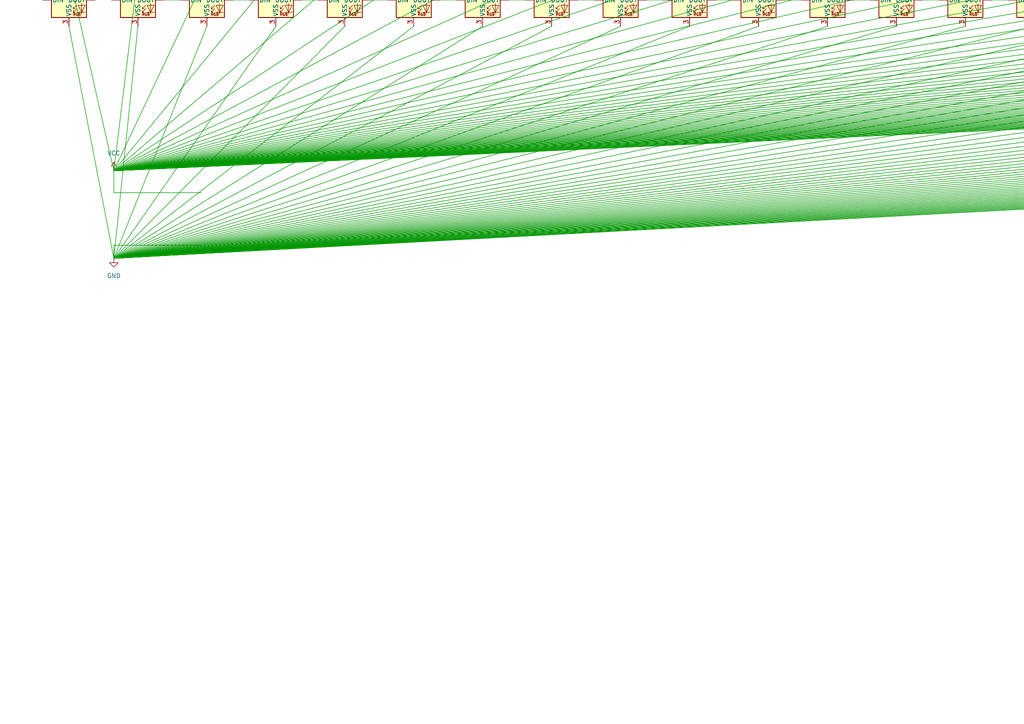
<source format=kicad_sch>
(kicad_sch (version 20231120) (generator "eeschema") (generator_version "8.0")
  (paper "A4")
  (lib_symbols
    (symbol "LED:WS2812B" (pin_names (offset 0.254))
      (property "Reference" "D" (at 5.08 5.715 0))
      (property "Value" "WS2812B" (at 1.27 -5.715 0))
      (symbol "WS2812B_0_0"
        (text "RGB" (at 2.286 -4.191 0) (effects (font (size 0.762 0.762))))
      )
      (symbol "WS2812B_0_1"
        (polyline (pts (xy 1.27 -3.556) (xy 1.778 -3.556)))
        (polyline (pts (xy 1.27 -2.54) (xy 1.778 -2.54)))
        (polyline (pts (xy 4.699 -3.556) (xy 2.667 -3.556)))
        (polyline (pts (xy 2.286 -2.54) (xy 1.27 -3.556) (xy 1.27 -3.048)))
        (polyline (pts (xy 2.286 -1.524) (xy 1.27 -2.54) (xy 1.27 -2.032)))
        (polyline (pts (xy 3.683 -1.016) (xy 3.683 -3.556) (xy 3.683 -4.064)))
        (polyline (pts (xy 4.699 -1.524) (xy 2.667 -1.524) (xy 3.683 -3.556) (xy 4.699 -1.524)))
        (rectangle (start 5.08 5.08) (end -5.08 -5.08) (stroke (width 0.254)) (fill (type background)))
      )
      (symbol "WS2812B_1_1"
        (pin power_in line (at 0 7.62 270) (length 2.54) (name "VDD") (number "1"))
        (pin output line (at 7.62 0 180) (length 2.54) (name "DOUT") (number "2"))
        (pin power_in line (at 0 -7.62 90) (length 2.54) (name "VSS") (number "3"))
        (pin input line (at -7.62 0 0) (length 2.54) (name "DIN") (number "4"))
      )
    )
    (symbol "power:GND" (power) (pin_numbers hide) (pin_names (offset 0) hide)
      (property "Value" "GND" (at 0 -3.81 0))
      (symbol "GND_0_1"
        (polyline (pts (xy 0 0) (xy 0 -1.27) (xy 1.27 -1.27) (xy 0 -2.54) (xy -1.27 -1.27) (xy 0 -1.27)))
      )
      (symbol "GND_1_1"
        (pin power_in line (at 0 0 270) (length 0) (name "~") (number "1"))
      )
    )
    (symbol "power:VCC" (power) (pin_numbers hide) (pin_names (offset 0) hide)
      (property "Value" "VCC" (at 0 3.556 0))
      (symbol "VCC_0_1"
        (polyline (pts (xy -0.762 1.27) (xy 0 2.54)))
        (polyline (pts (xy 0 0) (xy 0 2.54)))
        (polyline (pts (xy 0 2.54) (xy 0.762 1.27)))
      )
      (symbol "VCC_1_1"
        (pin power_in line (at 0 0 90) (length 0) (name "~") (number "1"))
      )
    )
  )
  (wire (pts (xy 33.02 49.53) (xy 33.02 55.88)))
  (wire (pts (xy 58.42 55.88) (xy 33.02 55.88)))
  (wire (pts (xy 33.02 71.12) (xy 33.02 74.93)))
  (wire (pts (xy 58.42 71.12) (xy 33.02 71.12)))
  (symbol (lib_id "power:GND") (at 33.02 74.93 0) (unit 1)
    (property "Reference" "#PWR01" (effects (hide yes)))
    (property "Value" "GND" (at 33.02 80.01 0))
    (property "Description" "Power symbol creates a global label with name \"GND\" , ground" (effects (hide yes)))
  )
  (symbol (lib_id "power:VCC") (at 33.02 49.53 0) (unit 1)
    (property "Reference" "#PWR02" (effects (hide yes)))
    (property "Value" "VCC" (at 33.02 44.45 0))
    (property "Description" "Power symbol creates a global label with name \"VCC\"" (effects (hide yes)))
  )
  (symbol (lib_id "LED:WS2812B") (at 20.0 0.0 0) (unit 1)
    (property "Reference" "D1" (at 31.43 -3.648 0))
    (property "Value" "WS2812B" (at 31.43 -1.108 0))
    (property "Footprint" "LED_SMD:LED_WS2812B_PLCC4_5.0x5.0mm_P3.2mm" (effects (hide yes)))
    (property "Datasheet" "https://cdn-shop.adafruit.com/datasheets/WS2812B.pdf" (effects (hide yes)))
    (property "Description" "RGB LED with integrated controller" (effects (hide yes)))
  )
  (symbol (lib_id "LED:WS2812B") (at 40.0 0.0 0) (unit 1)
    (property "Reference" "D2" (at 51.43 -3.648 0))
    (property "Value" "WS2812B" (at 51.43 -1.108 0))
    (property "Footprint" "LED_SMD:LED_WS2812B_PLCC4_5.0x5.0mm_P3.2mm" (effects (hide yes)))
    (property "Datasheet" "https://cdn-shop.adafruit.com/datasheets/WS2812B.pdf" (effects (hide yes)))
    (property "Description" "RGB LED with integrated controller" (effects (hide yes)))
  )
  (symbol (lib_id "LED:WS2812B") (at 60.0 0.0 0) (unit 1)
    (property "Reference" "D3" (at 71.43 -3.648 0))
    (property "Value" "WS2812B" (at 71.43 -1.108 0))
    (property "Footprint" "LED_SMD:LED_WS2812B_PLCC4_5.0x5.0mm_P3.2mm" (effects (hide yes)))
    (property "Datasheet" "https://cdn-shop.adafruit.com/datasheets/WS2812B.pdf" (effects (hide yes)))
    (property "Description" "RGB LED with integrated controller" (effects (hide yes)))
  )
  (symbol (lib_id "LED:WS2812B") (at 80.0 0.0 0) (unit 1)
    (property "Reference" "D4" (at 91.43 -3.648 0))
    (property "Value" "WS2812B" (at 91.43 -1.108 0))
    (property "Footprint" "LED_SMD:LED_WS2812B_PLCC4_5.0x5.0mm_P3.2mm" (effects (hide yes)))
    (property "Datasheet" "https://cdn-shop.adafruit.com/datasheets/WS2812B.pdf" (effects (hide yes)))
    (property "Description" "RGB LED with integrated controller" (effects (hide yes)))
  )
  (symbol (lib_id "LED:WS2812B") (at 100.0 0.0 0) (unit 1)
    (property "Reference" "D5" (at 111.43 -3.648 0))
    (property "Value" "WS2812B" (at 111.43 -1.108 0))
    (property "Footprint" "LED_SMD:LED_WS2812B_PLCC4_5.0x5.0mm_P3.2mm" (effects (hide yes)))
    (property "Datasheet" "https://cdn-shop.adafruit.com/datasheets/WS2812B.pdf" (effects (hide yes)))
    (property "Description" "RGB LED with integrated controller" (effects (hide yes)))
  )
  (symbol (lib_id "LED:WS2812B") (at 120.0 0.0 0) (unit 1)
    (property "Reference" "D6" (at 131.43 -3.648 0))
    (property "Value" "WS2812B" (at 131.43 -1.108 0))
    (property "Footprint" "LED_SMD:LED_WS2812B_PLCC4_5.0x5.0mm_P3.2mm" (effects (hide yes)))
    (property "Datasheet" "https://cdn-shop.adafruit.com/datasheets/WS2812B.pdf" (effects (hide yes)))
    (property "Description" "RGB LED with integrated controller" (effects (hide yes)))
  )
  (symbol (lib_id "LED:WS2812B") (at 140.0 0.0 0) (unit 1)
    (property "Reference" "D7" (at 151.43 -3.648 0))
    (property "Value" "WS2812B" (at 151.43 -1.108 0))
    (property "Footprint" "LED_SMD:LED_WS2812B_PLCC4_5.0x5.0mm_P3.2mm" (effects (hide yes)))
    (property "Datasheet" "https://cdn-shop.adafruit.com/datasheets/WS2812B.pdf" (effects (hide yes)))
    (property "Description" "RGB LED with integrated controller" (effects (hide yes)))
  )
  (symbol (lib_id "LED:WS2812B") (at 160.0 0.0 0) (unit 1)
    (property "Reference" "D8" (at 171.43 -3.648 0))
    (property "Value" "WS2812B" (at 171.43 -1.108 0))
    (property "Footprint" "LED_SMD:LED_WS2812B_PLCC4_5.0x5.0mm_P3.2mm" (effects (hide yes)))
    (property "Datasheet" "https://cdn-shop.adafruit.com/datasheets/WS2812B.pdf" (effects (hide yes)))
    (property "Description" "RGB LED with integrated controller" (effects (hide yes)))
  )
  (symbol (lib_id "LED:WS2812B") (at 180.0 0.0 0) (unit 1)
    (property "Reference" "D9" (at 191.43 -3.648 0))
    (property "Value" "WS2812B" (at 191.43 -1.108 0))
    (property "Footprint" "LED_SMD:LED_WS2812B_PLCC4_5.0x5.0mm_P3.2mm" (effects (hide yes)))
    (property "Datasheet" "https://cdn-shop.adafruit.com/datasheets/WS2812B.pdf" (effects (hide yes)))
    (property "Description" "RGB LED with integrated controller" (effects (hide yes)))
  )
  (symbol (lib_id "LED:WS2812B") (at 200.0 0.0 0) (unit 1)
    (property "Reference" "D10" (at 211.43 -3.648 0))
    (property "Value" "WS2812B" (at 211.43 -1.108 0))
    (property "Footprint" "LED_SMD:LED_WS2812B_PLCC4_5.0x5.0mm_P3.2mm" (effects (hide yes)))
    (property "Datasheet" "https://cdn-shop.adafruit.com/datasheets/WS2812B.pdf" (effects (hide yes)))
    (property "Description" "RGB LED with integrated controller" (effects (hide yes)))
  )
  (symbol (lib_id "LED:WS2812B") (at 220.0 0.0 0) (unit 1)
    (property "Reference" "D11" (at 231.43 -3.648 0))
    (property "Value" "WS2812B" (at 231.43 -1.108 0))
    (property "Footprint" "LED_SMD:LED_WS2812B_PLCC4_5.0x5.0mm_P3.2mm" (effects (hide yes)))
    (property "Datasheet" "https://cdn-shop.adafruit.com/datasheets/WS2812B.pdf" (effects (hide yes)))
    (property "Description" "RGB LED with integrated controller" (effects (hide yes)))
  )
  (symbol (lib_id "LED:WS2812B") (at 240.0 0.0 0) (unit 1)
    (property "Reference" "D12" (at 251.43 -3.648 0))
    (property "Value" "WS2812B" (at 251.43 -1.108 0))
    (property "Footprint" "LED_SMD:LED_WS2812B_PLCC4_5.0x5.0mm_P3.2mm" (effects (hide yes)))
    (property "Datasheet" "https://cdn-shop.adafruit.com/datasheets/WS2812B.pdf" (effects (hide yes)))
    (property "Description" "RGB LED with integrated controller" (effects (hide yes)))
  )
  (symbol (lib_id "LED:WS2812B") (at 260.0 0.0 0) (unit 1)
    (property "Reference" "D13" (at 271.43 -3.648 0))
    (property "Value" "WS2812B" (at 271.43 -1.108 0))
    (property "Footprint" "LED_SMD:LED_WS2812B_PLCC4_5.0x5.0mm_P3.2mm" (effects (hide yes)))
    (property "Datasheet" "https://cdn-shop.adafruit.com/datasheets/WS2812B.pdf" (effects (hide yes)))
    (property "Description" "RGB LED with integrated controller" (effects (hide yes)))
  )
  (symbol (lib_id "LED:WS2812B") (at 280.0 0.0 0) (unit 1)
    (property "Reference" "D14" (at 291.43 -3.648 0))
    (property "Value" "WS2812B" (at 291.43 -1.108 0))
    (property "Footprint" "LED_SMD:LED_WS2812B_PLCC4_5.0x5.0mm_P3.2mm" (effects (hide yes)))
    (property "Datasheet" "https://cdn-shop.adafruit.com/datasheets/WS2812B.pdf" (effects (hide yes)))
    (property "Description" "RGB LED with integrated controller" (effects (hide yes)))
  )
  (symbol (lib_id "LED:WS2812B") (at 300.0 0.0 0) (unit 1)
    (property "Reference" "D15" (at 311.43 -3.648 0))
    (property "Value" "WS2812B" (at 311.43 -1.108 0))
    (property "Footprint" "LED_SMD:LED_WS2812B_PLCC4_5.0x5.0mm_P3.2mm" (effects (hide yes)))
    (property "Datasheet" "https://cdn-shop.adafruit.com/datasheets/WS2812B.pdf" (effects (hide yes)))
    (property "Description" "RGB LED with integrated controller" (effects (hide yes)))
  )
  (symbol (lib_id "LED:WS2812B") (at 320.0 0.0 0) (unit 1)
    (property "Reference" "D16" (at 331.43 -3.648 0))
    (property "Value" "WS2812B" (at 331.43 -1.108 0))
    (property "Footprint" "LED_SMD:LED_WS2812B_PLCC4_5.0x5.0mm_P3.2mm" (effects (hide yes)))
    (property "Datasheet" "https://cdn-shop.adafruit.com/datasheets/WS2812B.pdf" (effects (hide yes)))
    (property "Description" "RGB LED with integrated controller" (effects (hide yes)))
  )
  (symbol (lib_id "LED:WS2812B") (at 340.0 0.0 0) (unit 1)
    (property "Reference" "D17" (at 351.43 -3.648 0))
    (property "Value" "WS2812B" (at 351.43 -1.108 0))
    (property "Footprint" "LED_SMD:LED_WS2812B_PLCC4_5.0x5.0mm_P3.2mm" (effects (hide yes)))
    (property "Datasheet" "https://cdn-shop.adafruit.com/datasheets/WS2812B.pdf" (effects (hide yes)))
    (property "Description" "RGB LED with integrated controller" (effects (hide yes)))
  )
  (symbol (lib_id "LED:WS2812B") (at 360.0 0.0 0) (unit 1)
    (property "Reference" "D18" (at 371.43 -3.648 0))
    (property "Value" "WS2812B" (at 371.43 -1.108 0))
    (property "Footprint" "LED_SMD:LED_WS2812B_PLCC4_5.0x5.0mm_P3.2mm" (effects (hide yes)))
    (property "Datasheet" "https://cdn-shop.adafruit.com/datasheets/WS2812B.pdf" (effects (hide yes)))
    (property "Description" "RGB LED with integrated controller" (effects (hide yes)))
  )
  (symbol (lib_id "LED:WS2812B") (at 380.0 0.0 0) (unit 1)
    (property "Reference" "D19" (at 391.43 -3.648 0))
    (property "Value" "WS2812B" (at 391.43 -1.108 0))
    (property "Footprint" "LED_SMD:LED_WS2812B_PLCC4_5.0x5.0mm_P3.2mm" (effects (hide yes)))
    (property "Datasheet" "https://cdn-shop.adafruit.com/datasheets/WS2812B.pdf" (effects (hide yes)))
    (property "Description" "RGB LED with integrated controller" (effects (hide yes)))
  )
  (symbol (lib_id "LED:WS2812B") (at 400.0 0.0 0) (unit 1)
    (property "Reference" "D20" (at 411.43 -3.648 0))
    (property "Value" "WS2812B" (at 411.43 -1.108 0))
    (property "Footprint" "LED_SMD:LED_WS2812B_PLCC4_5.0x5.0mm_P3.2mm" (effects (hide yes)))
    (property "Datasheet" "https://cdn-shop.adafruit.com/datasheets/WS2812B.pdf" (effects (hide yes)))
    (property "Description" "RGB LED with integrated controller" (effects (hide yes)))
  )
  (symbol (lib_id "LED:WS2812B") (at 420.0 0.0 0) (unit 1)
    (property "Reference" "D21" (at 431.43 -3.648 0))
    (property "Value" "WS2812B" (at 431.43 -1.108 0))
    (property "Footprint" "LED_SMD:LED_WS2812B_PLCC4_5.0x5.0mm_P3.2mm" (effects (hide yes)))
    (property "Datasheet" "https://cdn-shop.adafruit.com/datasheets/WS2812B.pdf" (effects (hide yes)))
    (property "Description" "RGB LED with integrated controller" (effects (hide yes)))
  )
  (symbol (lib_id "LED:WS2812B") (at 440.0 0.0 0) (unit 1)
    (property "Reference" "D22" (at 451.43 -3.648 0))
    (property "Value" "WS2812B" (at 451.43 -1.108 0))
    (property "Footprint" "LED_SMD:LED_WS2812B_PLCC4_5.0x5.0mm_P3.2mm" (effects (hide yes)))
    (property "Datasheet" "https://cdn-shop.adafruit.com/datasheets/WS2812B.pdf" (effects (hide yes)))
    (property "Description" "RGB LED with integrated controller" (effects (hide yes)))
  )
  (symbol (lib_id "LED:WS2812B") (at 460.0 0.0 0) (unit 1)
    (property "Reference" "D23" (at 471.43 -3.648 0))
    (property "Value" "WS2812B" (at 471.43 -1.108 0))
    (property "Footprint" "LED_SMD:LED_WS2812B_PLCC4_5.0x5.0mm_P3.2mm" (effects (hide yes)))
    (property "Datasheet" "https://cdn-shop.adafruit.com/datasheets/WS2812B.pdf" (effects (hide yes)))
    (property "Description" "RGB LED with integrated controller" (effects (hide yes)))
  )
  (symbol (lib_id "LED:WS2812B") (at 480.0 0.0 0) (unit 1)
    (property "Reference" "D24" (at 491.43 -3.648 0))
    (property "Value" "WS2812B" (at 491.43 -1.108 0))
    (property "Footprint" "LED_SMD:LED_WS2812B_PLCC4_5.0x5.0mm_P3.2mm" (effects (hide yes)))
    (property "Datasheet" "https://cdn-shop.adafruit.com/datasheets/WS2812B.pdf" (effects (hide yes)))
    (property "Description" "RGB LED with integrated controller" (effects (hide yes)))
  )
  (symbol (lib_id "LED:WS2812B") (at 500.0 0.0 0) (unit 1)
    (property "Reference" "D25" (at 511.43 -3.648 0))
    (property "Value" "WS2812B" (at 511.43 -1.108 0))
    (property "Footprint" "LED_SMD:LED_WS2812B_PLCC4_5.0x5.0mm_P3.2mm" (effects (hide yes)))
    (property "Datasheet" "https://cdn-shop.adafruit.com/datasheets/WS2812B.pdf" (effects (hide yes)))
    (property "Description" "RGB LED with integrated controller" (effects (hide yes)))
  )
  (symbol (lib_id "LED:WS2812B") (at 520.0 0.0 0) (unit 1)
    (property "Reference" "D26" (at 531.43 -3.648 0))
    (property "Value" "WS2812B" (at 531.43 -1.108 0))
    (property "Footprint" "LED_SMD:LED_WS2812B_PLCC4_5.0x5.0mm_P3.2mm" (effects (hide yes)))
    (property "Datasheet" "https://cdn-shop.adafruit.com/datasheets/WS2812B.pdf" (effects (hide yes)))
    (property "Description" "RGB LED with integrated controller" (effects (hide yes)))
  )
  (symbol (lib_id "LED:WS2812B") (at 540.0 0.0 0) (unit 1)
    (property "Reference" "D27" (at 551.43 -3.648 0))
    (property "Value" "WS2812B" (at 551.43 -1.108 0))
    (property "Footprint" "LED_SMD:LED_WS2812B_PLCC4_5.0x5.0mm_P3.2mm" (effects (hide yes)))
    (property "Datasheet" "https://cdn-shop.adafruit.com/datasheets/WS2812B.pdf" (effects (hide yes)))
    (property "Description" "RGB LED with integrated controller" (effects (hide yes)))
  )
  (symbol (lib_id "LED:WS2812B") (at 560.0 0.0 0) (unit 1)
    (property "Reference" "D28" (at 571.43 -3.648 0))
    (property "Value" "WS2812B" (at 571.43 -1.108 0))
    (property "Footprint" "LED_SMD:LED_WS2812B_PLCC4_5.0x5.0mm_P3.2mm" (effects (hide yes)))
    (property "Datasheet" "https://cdn-shop.adafruit.com/datasheets/WS2812B.pdf" (effects (hide yes)))
    (property "Description" "RGB LED with integrated controller" (effects (hide yes)))
  )
  (symbol (lib_id "LED:WS2812B") (at 580.0 0.0 0) (unit 1)
    (property "Reference" "D29" (at 591.43 -3.648 0))
    (property "Value" "WS2812B" (at 591.43 -1.108 0))
    (property "Footprint" "LED_SMD:LED_WS2812B_PLCC4_5.0x5.0mm_P3.2mm" (effects (hide yes)))
    (property "Datasheet" "https://cdn-shop.adafruit.com/datasheets/WS2812B.pdf" (effects (hide yes)))
    (property "Description" "RGB LED with integrated controller" (effects (hide yes)))
  )
  (symbol (lib_id "LED:WS2812B") (at 600.0 0.0 0) (unit 1)
    (property "Reference" "D30" (at 611.43 -3.648 0))
    (property "Value" "WS2812B" (at 611.43 -1.108 0))
    (property "Footprint" "LED_SMD:LED_WS2812B_PLCC4_5.0x5.0mm_P3.2mm" (effects (hide yes)))
    (property "Datasheet" "https://cdn-shop.adafruit.com/datasheets/WS2812B.pdf" (effects (hide yes)))
    (property "Description" "RGB LED with integrated controller" (effects (hide yes)))
  )
  (symbol (lib_id "LED:WS2812B") (at 620.0 0.0 0) (unit 1)
    (property "Reference" "D31" (at 631.43 -3.648 0))
    (property "Value" "WS2812B" (at 631.43 -1.108 0))
    (property "Footprint" "LED_SMD:LED_WS2812B_PLCC4_5.0x5.0mm_P3.2mm" (effects (hide yes)))
    (property "Datasheet" "https://cdn-shop.adafruit.com/datasheets/WS2812B.pdf" (effects (hide yes)))
    (property "Description" "RGB LED with integrated controller" (effects (hide yes)))
  )
  (symbol (lib_id "LED:WS2812B") (at 640.0 0.0 0) (unit 1)
    (property "Reference" "D32" (at 651.43 -3.648 0))
    (property "Value" "WS2812B" (at 651.43 -1.108 0))
    (property "Footprint" "LED_SMD:LED_WS2812B_PLCC4_5.0x5.0mm_P3.2mm" (effects (hide yes)))
    (property "Datasheet" "https://cdn-shop.adafruit.com/datasheets/WS2812B.pdf" (effects (hide yes)))
    (property "Description" "RGB LED with integrated controller" (effects (hide yes)))
  )
  (symbol (lib_id "LED:WS2812B") (at 660.0 0.0 0) (unit 1)
    (property "Reference" "D33" (at 671.43 -3.648 0))
    (property "Value" "WS2812B" (at 671.43 -1.108 0))
    (property "Footprint" "LED_SMD:LED_WS2812B_PLCC4_5.0x5.0mm_P3.2mm" (effects (hide yes)))
    (property "Datasheet" "https://cdn-shop.adafruit.com/datasheets/WS2812B.pdf" (effects (hide yes)))
    (property "Description" "RGB LED with integrated controller" (effects (hide yes)))
  )
  (symbol (lib_id "LED:WS2812B") (at 680.0 0.0 0) (unit 1)
    (property "Reference" "D34" (at 691.43 -3.648 0))
    (property "Value" "WS2812B" (at 691.43 -1.108 0))
    (property "Footprint" "LED_SMD:LED_WS2812B_PLCC4_5.0x5.0mm_P3.2mm" (effects (hide yes)))
    (property "Datasheet" "https://cdn-shop.adafruit.com/datasheets/WS2812B.pdf" (effects (hide yes)))
    (property "Description" "RGB LED with integrated controller" (effects (hide yes)))
  )
  (symbol (lib_id "LED:WS2812B") (at 700.0 0.0 0) (unit 1)
    (property "Reference" "D35" (at 711.43 -3.648 0))
    (property "Value" "WS2812B" (at 711.43 -1.108 0))
    (property "Footprint" "LED_SMD:LED_WS2812B_PLCC4_5.0x5.0mm_P3.2mm" (effects (hide yes)))
    (property "Datasheet" "https://cdn-shop.adafruit.com/datasheets/WS2812B.pdf" (effects (hide yes)))
    (property "Description" "RGB LED with integrated controller" (effects (hide yes)))
  )
  (symbol (lib_id "LED:WS2812B") (at 720.0 0.0 0) (unit 1)
    (property "Reference" "D36" (at 731.43 -3.648 0))
    (property "Value" "WS2812B" (at 731.43 -1.108 0))
    (property "Footprint" "LED_SMD:LED_WS2812B_PLCC4_5.0x5.0mm_P3.2mm" (effects (hide yes)))
    (property "Datasheet" "https://cdn-shop.adafruit.com/datasheets/WS2812B.pdf" (effects (hide yes)))
    (property "Description" "RGB LED with integrated controller" (effects (hide yes)))
  )
  (symbol (lib_id "LED:WS2812B") (at 740.0 0.0 0) (unit 1)
    (property "Reference" "D37" (at 751.43 -3.648 0))
    (property "Value" "WS2812B" (at 751.43 -1.108 0))
    (property "Footprint" "LED_SMD:LED_WS2812B_PLCC4_5.0x5.0mm_P3.2mm" (effects (hide yes)))
    (property "Datasheet" "https://cdn-shop.adafruit.com/datasheets/WS2812B.pdf" (effects (hide yes)))
    (property "Description" "RGB LED with integrated controller" (effects (hide yes)))
  )
  (symbol (lib_id "LED:WS2812B") (at 760.0 0.0 0) (unit 1)
    (property "Reference" "D38" (at 771.43 -3.648 0))
    (property "Value" "WS2812B" (at 771.43 -1.108 0))
    (property "Footprint" "LED_SMD:LED_WS2812B_PLCC4_5.0x5.0mm_P3.2mm" (effects (hide yes)))
    (property "Datasheet" "https://cdn-shop.adafruit.com/datasheets/WS2812B.pdf" (effects (hide yes)))
    (property "Description" "RGB LED with integrated controller" (effects (hide yes)))
  )
  (symbol (lib_id "LED:WS2812B") (at 780.0 0.0 0) (unit 1)
    (property "Reference" "D39" (at 791.43 -3.648 0))
    (property "Value" "WS2812B" (at 791.43 -1.108 0))
    (property "Footprint" "LED_SMD:LED_WS2812B_PLCC4_5.0x5.0mm_P3.2mm" (effects (hide yes)))
    (property "Datasheet" "https://cdn-shop.adafruit.com/datasheets/WS2812B.pdf" (effects (hide yes)))
    (property "Description" "RGB LED with integrated controller" (effects (hide yes)))
  )
  (symbol (lib_id "LED:WS2812B") (at 800.0 0.0 0) (unit 1)
    (property "Reference" "D40" (at 811.43 -3.648 0))
    (property "Value" "WS2812B" (at 811.43 -1.108 0))
    (property "Footprint" "LED_SMD:LED_WS2812B_PLCC4_5.0x5.0mm_P3.2mm" (effects (hide yes)))
    (property "Datasheet" "https://cdn-shop.adafruit.com/datasheets/WS2812B.pdf" (effects (hide yes)))
    (property "Description" "RGB LED with integrated controller" (effects (hide yes)))
  )
  (symbol (lib_id "LED:WS2812B") (at 820.0 0.0 0) (unit 1)
    (property "Reference" "D41" (at 831.43 -3.648 0))
    (property "Value" "WS2812B" (at 831.43 -1.108 0))
    (property "Footprint" "LED_SMD:LED_WS2812B_PLCC4_5.0x5.0mm_P3.2mm" (effects (hide yes)))
    (property "Datasheet" "https://cdn-shop.adafruit.com/datasheets/WS2812B.pdf" (effects (hide yes)))
    (property "Description" "RGB LED with integrated controller" (effects (hide yes)))
  )
  (symbol (lib_id "LED:WS2812B") (at 840.0 0.0 0) (unit 1)
    (property "Reference" "D42" (at 851.43 -3.648 0))
    (property "Value" "WS2812B" (at 851.43 -1.108 0))
    (property "Footprint" "LED_SMD:LED_WS2812B_PLCC4_5.0x5.0mm_P3.2mm" (effects (hide yes)))
    (property "Datasheet" "https://cdn-shop.adafruit.com/datasheets/WS2812B.pdf" (effects (hide yes)))
    (property "Description" "RGB LED with integrated controller" (effects (hide yes)))
  )
  (symbol (lib_id "LED:WS2812B") (at 860.0 0.0 0) (unit 1)
    (property "Reference" "D43" (at 871.43 -3.648 0))
    (property "Value" "WS2812B" (at 871.43 -1.108 0))
    (property "Footprint" "LED_SMD:LED_WS2812B_PLCC4_5.0x5.0mm_P3.2mm" (effects (hide yes)))
    (property "Datasheet" "https://cdn-shop.adafruit.com/datasheets/WS2812B.pdf" (effects (hide yes)))
    (property "Description" "RGB LED with integrated controller" (effects (hide yes)))
  )
  (symbol (lib_id "LED:WS2812B") (at 880.0 0.0 0) (unit 1)
    (property "Reference" "D44" (at 891.43 -3.648 0))
    (property "Value" "WS2812B" (at 891.43 -1.108 0))
    (property "Footprint" "LED_SMD:LED_WS2812B_PLCC4_5.0x5.0mm_P3.2mm" (effects (hide yes)))
    (property "Datasheet" "https://cdn-shop.adafruit.com/datasheets/WS2812B.pdf" (effects (hide yes)))
    (property "Description" "RGB LED with integrated controller" (effects (hide yes)))
  )
  (symbol (lib_id "LED:WS2812B") (at 900.0 0.0 0) (unit 1)
    (property "Reference" "D45" (at 911.43 -3.648 0))
    (property "Value" "WS2812B" (at 911.43 -1.108 0))
    (property "Footprint" "LED_SMD:LED_WS2812B_PLCC4_5.0x5.0mm_P3.2mm" (effects (hide yes)))
    (property "Datasheet" "https://cdn-shop.adafruit.com/datasheets/WS2812B.pdf" (effects (hide yes)))
    (property "Description" "RGB LED with integrated controller" (effects (hide yes)))
  )
  (symbol (lib_id "LED:WS2812B") (at 920.0 0.0 0) (unit 1)
    (property "Reference" "D46" (at 931.43 -3.648 0))
    (property "Value" "WS2812B" (at 931.43 -1.108 0))
    (property "Footprint" "LED_SMD:LED_WS2812B_PLCC4_5.0x5.0mm_P3.2mm" (effects (hide yes)))
    (property "Datasheet" "https://cdn-shop.adafruit.com/datasheets/WS2812B.pdf" (effects (hide yes)))
    (property "Description" "RGB LED with integrated controller" (effects (hide yes)))
  )
  (symbol (lib_id "LED:WS2812B") (at 940.0 0.0 0) (unit 1)
    (property "Reference" "D47" (at 951.43 -3.648 0))
    (property "Value" "WS2812B" (at 951.43 -1.108 0))
    (property "Footprint" "LED_SMD:LED_WS2812B_PLCC4_5.0x5.0mm_P3.2mm" (effects (hide yes)))
    (property "Datasheet" "https://cdn-shop.adafruit.com/datasheets/WS2812B.pdf" (effects (hide yes)))
    (property "Description" "RGB LED with integrated controller" (effects (hide yes)))
  )
  (symbol (lib_id "LED:WS2812B") (at 960.0 0.0 0) (unit 1)
    (property "Reference" "D48" (at 971.43 -3.648 0))
    (property "Value" "WS2812B" (at 971.43 -1.108 0))
    (property "Footprint" "LED_SMD:LED_WS2812B_PLCC4_5.0x5.0mm_P3.2mm" (effects (hide yes)))
    (property "Datasheet" "https://cdn-shop.adafruit.com/datasheets/WS2812B.pdf" (effects (hide yes)))
    (property "Description" "RGB LED with integrated controller" (effects (hide yes)))
  )
  (symbol (lib_id "LED:WS2812B") (at 980.0 0.0 0) (unit 1)
    (property "Reference" "D49" (at 991.43 -3.648 0))
    (property "Value" "WS2812B" (at 991.43 -1.108 0))
    (property "Footprint" "LED_SMD:LED_WS2812B_PLCC4_5.0x5.0mm_P3.2mm" (effects (hide yes)))
    (property "Datasheet" "https://cdn-shop.adafruit.com/datasheets/WS2812B.pdf" (effects (hide yes)))
    (property "Description" "RGB LED with integrated controller" (effects (hide yes)))
  )
  (symbol (lib_id "LED:WS2812B") (at 1000.0 0.0 0) (unit 1)
    (property "Reference" "D50" (at 1011.43 -3.648 0))
    (property "Value" "WS2812B" (at 1011.43 -1.108 0))
    (property "Footprint" "LED_SMD:LED_WS2812B_PLCC4_5.0x5.0mm_P3.2mm" (effects (hide yes)))
    (property "Datasheet" "https://cdn-shop.adafruit.com/datasheets/WS2812B.pdf" (effects (hide yes)))
    (property "Description" "RGB LED with integrated controller" (effects (hide yes)))
  )
  (symbol (lib_id "LED:WS2812B") (at 1020.0 0.0 0) (unit 1)
    (property "Reference" "D51" (at 1031.43 -3.648 0))
    (property "Value" "WS2812B" (at 1031.43 -1.108 0))
    (property "Footprint" "LED_SMD:LED_WS2812B_PLCC4_5.0x5.0mm_P3.2mm" (effects (hide yes)))
    (property "Datasheet" "https://cdn-shop.adafruit.com/datasheets/WS2812B.pdf" (effects (hide yes)))
    (property "Description" "RGB LED with integrated controller" (effects (hide yes)))
  )
  (symbol (lib_id "LED:WS2812B") (at 1040.0 0.0 0) (unit 1)
    (property "Reference" "D52" (at 1051.43 -3.648 0))
    (property "Value" "WS2812B" (at 1051.43 -1.108 0))
    (property "Footprint" "LED_SMD:LED_WS2812B_PLCC4_5.0x5.0mm_P3.2mm" (effects (hide yes)))
    (property "Datasheet" "https://cdn-shop.adafruit.com/datasheets/WS2812B.pdf" (effects (hide yes)))
    (property "Description" "RGB LED with integrated controller" (effects (hide yes)))
  )
  (symbol (lib_id "LED:WS2812B") (at 1060.0 0.0 0) (unit 1)
    (property "Reference" "D53" (at 1071.43 -3.648 0))
    (property "Value" "WS2812B" (at 1071.43 -1.108 0))
    (property "Footprint" "LED_SMD:LED_WS2812B_PLCC4_5.0x5.0mm_P3.2mm" (effects (hide yes)))
    (property "Datasheet" "https://cdn-shop.adafruit.com/datasheets/WS2812B.pdf" (effects (hide yes)))
    (property "Description" "RGB LED with integrated controller" (effects (hide yes)))
  )
  (symbol (lib_id "LED:WS2812B") (at 1080.0 0.0 0) (unit 1)
    (property "Reference" "D54" (at 1091.43 -3.648 0))
    (property "Value" "WS2812B" (at 1091.43 -1.108 0))
    (property "Footprint" "LED_SMD:LED_WS2812B_PLCC4_5.0x5.0mm_P3.2mm" (effects (hide yes)))
    (property "Datasheet" "https://cdn-shop.adafruit.com/datasheets/WS2812B.pdf" (effects (hide yes)))
    (property "Description" "RGB LED with integrated controller" (effects (hide yes)))
  )
  (symbol (lib_id "LED:WS2812B") (at 1100.0 0.0 0) (unit 1)
    (property "Reference" "D55" (at 1111.43 -3.648 0))
    (property "Value" "WS2812B" (at 1111.43 -1.108 0))
    (property "Footprint" "LED_SMD:LED_WS2812B_PLCC4_5.0x5.0mm_P3.2mm" (effects (hide yes)))
    (property "Datasheet" "https://cdn-shop.adafruit.com/datasheets/WS2812B.pdf" (effects (hide yes)))
    (property "Description" "RGB LED with integrated controller" (effects (hide yes)))
  )
  (symbol (lib_id "LED:WS2812B") (at 1120.0 0.0 0) (unit 1)
    (property "Reference" "D56" (at 1131.43 -3.648 0))
    (property "Value" "WS2812B" (at 1131.43 -1.108 0))
    (property "Footprint" "LED_SMD:LED_WS2812B_PLCC4_5.0x5.0mm_P3.2mm" (effects (hide yes)))
    (property "Datasheet" "https://cdn-shop.adafruit.com/datasheets/WS2812B.pdf" (effects (hide yes)))
    (property "Description" "RGB LED with integrated controller" (effects (hide yes)))
  )
  (symbol (lib_id "LED:WS2812B") (at 1140.0 0.0 0) (unit 1)
    (property "Reference" "D57" (at 1151.43 -3.648 0))
    (property "Value" "WS2812B" (at 1151.43 -1.108 0))
    (property "Footprint" "LED_SMD:LED_WS2812B_PLCC4_5.0x5.0mm_P3.2mm" (effects (hide yes)))
    (property "Datasheet" "https://cdn-shop.adafruit.com/datasheets/WS2812B.pdf" (effects (hide yes)))
    (property "Description" "RGB LED with integrated controller" (effects (hide yes)))
  )
  (symbol (lib_id "LED:WS2812B") (at 1160.0 0.0 0) (unit 1)
    (property "Reference" "D58" (at 1171.43 -3.648 0))
    (property "Value" "WS2812B" (at 1171.43 -1.108 0))
    (property "Footprint" "LED_SMD:LED_WS2812B_PLCC4_5.0x5.0mm_P3.2mm" (effects (hide yes)))
    (property "Datasheet" "https://cdn-shop.adafruit.com/datasheets/WS2812B.pdf" (effects (hide yes)))
    (property "Description" "RGB LED with integrated controller" (effects (hide yes)))
  )
  (symbol (lib_id "LED:WS2812B") (at 1180.0 0.0 0) (unit 1)
    (property "Reference" "D59" (at 1191.43 -3.648 0))
    (property "Value" "WS2812B" (at 1191.43 -1.108 0))
    (property "Footprint" "LED_SMD:LED_WS2812B_PLCC4_5.0x5.0mm_P3.2mm" (effects (hide yes)))
    (property "Datasheet" "https://cdn-shop.adafruit.com/datasheets/WS2812B.pdf" (effects (hide yes)))
    (property "Description" "RGB LED with integrated controller" (effects (hide yes)))
  )
  (symbol (lib_id "LED:WS2812B") (at 1200.0 0.0 0) (unit 1)
    (property "Reference" "D60" (at 1211.43 -3.648 0))
    (property "Value" "WS2812B" (at 1211.43 -1.108 0))
    (property "Footprint" "LED_SMD:LED_WS2812B_PLCC4_5.0x5.0mm_P3.2mm" (effects (hide yes)))
    (property "Datasheet" "https://cdn-shop.adafruit.com/datasheets/WS2812B.pdf" (effects (hide yes)))
    (property "Description" "RGB LED with integrated controller" (effects (hide yes)))
  )
  (symbol (lib_id "LED:WS2812B") (at 1220.0 0.0 0) (unit 1)
    (property "Reference" "D61" (at 1231.43 -3.648 0))
    (property "Value" "WS2812B" (at 1231.43 -1.108 0))
    (property "Footprint" "LED_SMD:LED_WS2812B_PLCC4_5.0x5.0mm_P3.2mm" (effects (hide yes)))
    (property "Datasheet" "https://cdn-shop.adafruit.com/datasheets/WS2812B.pdf" (effects (hide yes)))
    (property "Description" "RGB LED with integrated controller" (effects (hide yes)))
  )
  (symbol (lib_id "LED:WS2812B") (at 1240.0 0.0 0) (unit 1)
    (property "Reference" "D62" (at 1251.43 -3.648 0))
    (property "Value" "WS2812B" (at 1251.43 -1.108 0))
    (property "Footprint" "LED_SMD:LED_WS2812B_PLCC4_5.0x5.0mm_P3.2mm" (effects (hide yes)))
    (property "Datasheet" "https://cdn-shop.adafruit.com/datasheets/WS2812B.pdf" (effects (hide yes)))
    (property "Description" "RGB LED with integrated controller" (effects (hide yes)))
  )
  (symbol (lib_id "LED:WS2812B") (at 1260.0 0.0 0) (unit 1)
    (property "Reference" "D63" (at 1271.43 -3.648 0))
    (property "Value" "WS2812B" (at 1271.43 -1.108 0))
    (property "Footprint" "LED_SMD:LED_WS2812B_PLCC4_5.0x5.0mm_P3.2mm" (effects (hide yes)))
    (property "Datasheet" "https://cdn-shop.adafruit.com/datasheets/WS2812B.pdf" (effects (hide yes)))
    (property "Description" "RGB LED with integrated controller" (effects (hide yes)))
  )
  (symbol (lib_id "LED:WS2812B") (at 1280.0 0.0 0) (unit 1)
    (property "Reference" "D64" (at 1291.43 -3.648 0))
    (property "Value" "WS2812B" (at 1291.43 -1.108 0))
    (property "Footprint" "LED_SMD:LED_WS2812B_PLCC4_5.0x5.0mm_P3.2mm" (effects (hide yes)))
    (property "Datasheet" "https://cdn-shop.adafruit.com/datasheets/WS2812B.pdf" (effects (hide yes)))
    (property "Description" "RGB LED with integrated controller" (effects (hide yes)))
  )
  (wire (pts (xy 47.62 0.0) (xy 52.38 0.0)))
  (wire (pts (xy 67.62 0.0) (xy 72.38 0.0)))
  (wire (pts (xy 87.62 0.0) (xy 92.38 0.0)))
  (wire (pts (xy 107.62 0.0) (xy 112.38 0.0)))
  (wire (pts (xy 127.62 0.0) (xy 132.38 0.0)))
  (wire (pts (xy 147.62 0.0) (xy 152.38 0.0)))
  (wire (pts (xy 167.62 0.0) (xy 172.38 0.0)))
  (wire (pts (xy 187.62 0.0) (xy 192.38 0.0)))
  (wire (pts (xy 207.62 0.0) (xy 212.38 0.0)))
  (wire (pts (xy 227.62 0.0) (xy 232.38 0.0)))
  (wire (pts (xy 247.62 0.0) (xy 252.38 0.0)))
  (wire (pts (xy 267.62 0.0) (xy 272.38 0.0)))
  (wire (pts (xy 287.62 0.0) (xy 292.38 0.0)))
  (wire (pts (xy 307.62 0.0) (xy 312.38 0.0)))
  (wire (pts (xy 327.62 0.0) (xy 332.38 0.0)))
  (wire (pts (xy 347.62 0.0) (xy 352.38 0.0)))
  (wire (pts (xy 367.62 0.0) (xy 372.38 0.0)))
  (wire (pts (xy 387.62 0.0) (xy 392.38 0.0)))
  (wire (pts (xy 407.62 0.0) (xy 412.38 0.0)))
  (wire (pts (xy 427.62 0.0) (xy 432.38 0.0)))
  (wire (pts (xy 447.62 0.0) (xy 452.38 0.0)))
  (wire (pts (xy 467.62 0.0) (xy 472.38 0.0)))
  (wire (pts (xy 487.62 0.0) (xy 492.38 0.0)))
  (wire (pts (xy 507.62 0.0) (xy 512.38 0.0)))
  (wire (pts (xy 527.62 0.0) (xy 532.38 0.0)))
  (wire (pts (xy 547.62 0.0) (xy 552.38 0.0)))
  (wire (pts (xy 567.62 0.0) (xy 572.38 0.0)))
  (wire (pts (xy 587.62 0.0) (xy 592.38 0.0)))
  (wire (pts (xy 607.62 0.0) (xy 612.38 0.0)))
  (wire (pts (xy 627.62 0.0) (xy 632.38 0.0)))
  (wire (pts (xy 647.62 0.0) (xy 652.38 0.0)))
  (wire (pts (xy 667.62 0.0) (xy 672.38 0.0)))
  (wire (pts (xy 687.62 0.0) (xy 692.38 0.0)))
  (wire (pts (xy 707.62 0.0) (xy 712.38 0.0)))
  (wire (pts (xy 727.62 0.0) (xy 732.38 0.0)))
  (wire (pts (xy 747.62 0.0) (xy 752.38 0.0)))
  (wire (pts (xy 767.62 0.0) (xy 772.38 0.0)))
  (wire (pts (xy 787.62 0.0) (xy 792.38 0.0)))
  (wire (pts (xy 807.62 0.0) (xy 812.38 0.0)))
  (wire (pts (xy 827.62 0.0) (xy 832.38 0.0)))
  (wire (pts (xy 847.62 0.0) (xy 852.38 0.0)))
  (wire (pts (xy 867.62 0.0) (xy 872.38 0.0)))
  (wire (pts (xy 887.62 0.0) (xy 892.38 0.0)))
  (wire (pts (xy 907.62 0.0) (xy 912.38 0.0)))
  (wire (pts (xy 927.62 0.0) (xy 932.38 0.0)))
  (wire (pts (xy 947.62 0.0) (xy 952.38 0.0)))
  (wire (pts (xy 967.62 0.0) (xy 972.38 0.0)))
  (wire (pts (xy 987.62 0.0) (xy 992.38 0.0)))
  (wire (pts (xy 1007.62 0.0) (xy 1012.38 0.0)))
  (wire (pts (xy 1027.62 0.0) (xy 1032.38 0.0)))
  (wire (pts (xy 1047.62 0.0) (xy 1052.38 0.0)))
  (wire (pts (xy 1067.62 0.0) (xy 1072.38 0.0)))
  (wire (pts (xy 1087.62 0.0) (xy 1092.38 0.0)))
  (wire (pts (xy 1107.62 0.0) (xy 1112.38 0.0)))
  (wire (pts (xy 1127.62 0.0) (xy 1132.38 0.0)))
  (wire (pts (xy 1147.62 0.0) (xy 1152.38 0.0)))
  (wire (pts (xy 1167.62 0.0) (xy 1172.38 0.0)))
  (wire (pts (xy 1187.62 0.0) (xy 1192.38 0.0)))
  (wire (pts (xy 1207.62 0.0) (xy 1212.38 0.0)))
  (wire (pts (xy 1227.62 0.0) (xy 1232.38 0.0)))
  (wire (pts (xy 1247.62 0.0) (xy 1252.38 0.0)))
  (wire (pts (xy 1267.62 0.0) (xy 1272.38 0.0)))
  (wire (pts (xy 20.0 -7.62) (xy 33.02 49.53)))
  (wire (pts (xy 20.0 7.62) (xy 33.02 74.93)))
  (wire (pts (xy 40.0 -7.62) (xy 33.02 49.53)))
  (wire (pts (xy 40.0 7.62) (xy 33.02 74.93)))
  (wire (pts (xy 60.0 -7.62) (xy 33.02 49.53)))
  (wire (pts (xy 60.0 7.62) (xy 33.02 74.93)))
  (wire (pts (xy 80.0 -7.62) (xy 33.02 49.53)))
  (wire (pts (xy 80.0 7.62) (xy 33.02 74.93)))
  (wire (pts (xy 100.0 -7.62) (xy 33.02 49.53)))
  (wire (pts (xy 100.0 7.62) (xy 33.02 74.93)))
  (wire (pts (xy 120.0 -7.62) (xy 33.02 49.53)))
  (wire (pts (xy 120.0 7.62) (xy 33.02 74.93)))
  (wire (pts (xy 140.0 -7.62) (xy 33.02 49.53)))
  (wire (pts (xy 140.0 7.62) (xy 33.02 74.93)))
  (wire (pts (xy 160.0 -7.62) (xy 33.02 49.53)))
  (wire (pts (xy 160.0 7.62) (xy 33.02 74.93)))
  (wire (pts (xy 180.0 -7.62) (xy 33.02 49.53)))
  (wire (pts (xy 180.0 7.62) (xy 33.02 74.93)))
  (wire (pts (xy 200.0 -7.62) (xy 33.02 49.53)))
  (wire (pts (xy 200.0 7.62) (xy 33.02 74.93)))
  (wire (pts (xy 220.0 -7.62) (xy 33.02 49.53)))
  (wire (pts (xy 220.0 7.62) (xy 33.02 74.93)))
  (wire (pts (xy 240.0 -7.62) (xy 33.02 49.53)))
  (wire (pts (xy 240.0 7.62) (xy 33.02 74.93)))
  (wire (pts (xy 260.0 -7.62) (xy 33.02 49.53)))
  (wire (pts (xy 260.0 7.62) (xy 33.02 74.93)))
  (wire (pts (xy 280.0 -7.62) (xy 33.02 49.53)))
  (wire (pts (xy 280.0 7.62) (xy 33.02 74.93)))
  (wire (pts (xy 300.0 -7.62) (xy 33.02 49.53)))
  (wire (pts (xy 300.0 7.62) (xy 33.02 74.93)))
  (wire (pts (xy 320.0 -7.62) (xy 33.02 49.53)))
  (wire (pts (xy 320.0 7.62) (xy 33.02 74.93)))
  (wire (pts (xy 340.0 -7.62) (xy 33.02 49.53)))
  (wire (pts (xy 340.0 7.62) (xy 33.02 74.93)))
  (wire (pts (xy 360.0 -7.62) (xy 33.02 49.53)))
  (wire (pts (xy 360.0 7.62) (xy 33.02 74.93)))
  (wire (pts (xy 380.0 -7.62) (xy 33.02 49.53)))
  (wire (pts (xy 380.0 7.62) (xy 33.02 74.93)))
  (wire (pts (xy 400.0 -7.62) (xy 33.02 49.53)))
  (wire (pts (xy 400.0 7.62) (xy 33.02 74.93)))
  (wire (pts (xy 420.0 -7.62) (xy 33.02 49.53)))
  (wire (pts (xy 420.0 7.62) (xy 33.02 74.93)))
  (wire (pts (xy 440.0 -7.62) (xy 33.02 49.53)))
  (wire (pts (xy 440.0 7.62) (xy 33.02 74.93)))
  (wire (pts (xy 460.0 -7.62) (xy 33.02 49.53)))
  (wire (pts (xy 460.0 7.62) (xy 33.02 74.93)))
  (wire (pts (xy 480.0 -7.62) (xy 33.02 49.53)))
  (wire (pts (xy 480.0 7.62) (xy 33.02 74.93)))
  (wire (pts (xy 500.0 -7.62) (xy 33.02 49.53)))
  (wire (pts (xy 500.0 7.62) (xy 33.02 74.93)))
  (wire (pts (xy 520.0 -7.62) (xy 33.02 49.53)))
  (wire (pts (xy 520.0 7.62) (xy 33.02 74.93)))
  (wire (pts (xy 540.0 -7.62) (xy 33.02 49.53)))
  (wire (pts (xy 540.0 7.62) (xy 33.02 74.93)))
  (wire (pts (xy 560.0 -7.62) (xy 33.02 49.53)))
  (wire (pts (xy 560.0 7.62) (xy 33.02 74.93)))
  (wire (pts (xy 580.0 -7.62) (xy 33.02 49.53)))
  (wire (pts (xy 580.0 7.62) (xy 33.02 74.93)))
  (wire (pts (xy 600.0 -7.62) (xy 33.02 49.53)))
  (wire (pts (xy 600.0 7.62) (xy 33.02 74.93)))
  (wire (pts (xy 620.0 -7.62) (xy 33.02 49.53)))
  (wire (pts (xy 620.0 7.62) (xy 33.02 74.93)))
  (wire (pts (xy 640.0 -7.62) (xy 33.02 49.53)))
  (wire (pts (xy 640.0 7.62) (xy 33.02 74.93)))
  (wire (pts (xy 660.0 -7.62) (xy 33.02 49.53)))
  (wire (pts (xy 660.0 7.62) (xy 33.02 74.93)))
  (wire (pts (xy 680.0 -7.62) (xy 33.02 49.53)))
  (wire (pts (xy 680.0 7.62) (xy 33.02 74.93)))
  (wire (pts (xy 700.0 -7.62) (xy 33.02 49.53)))
  (wire (pts (xy 700.0 7.62) (xy 33.02 74.93)))
  (wire (pts (xy 720.0 -7.62) (xy 33.02 49.53)))
  (wire (pts (xy 720.0 7.62) (xy 33.02 74.93)))
  (wire (pts (xy 740.0 -7.62) (xy 33.02 49.53)))
  (wire (pts (xy 740.0 7.62) (xy 33.02 74.93)))
  (wire (pts (xy 760.0 -7.62) (xy 33.02 49.53)))
  (wire (pts (xy 760.0 7.62) (xy 33.02 74.93)))
  (wire (pts (xy 780.0 -7.62) (xy 33.02 49.53)))
  (wire (pts (xy 780.0 7.62) (xy 33.02 74.93)))
  (wire (pts (xy 800.0 -7.62) (xy 33.02 49.53)))
  (wire (pts (xy 800.0 7.62) (xy 33.02 74.93)))
  (wire (pts (xy 820.0 -7.62) (xy 33.02 49.53)))
  (wire (pts (xy 820.0 7.62) (xy 33.02 74.93)))
  (wire (pts (xy 840.0 -7.62) (xy 33.02 49.53)))
  (wire (pts (xy 840.0 7.62) (xy 33.02 74.93)))
  (wire (pts (xy 860.0 -7.62) (xy 33.02 49.53)))
  (wire (pts (xy 860.0 7.62) (xy 33.02 74.93)))
  (wire (pts (xy 880.0 -7.62) (xy 33.02 49.53)))
  (wire (pts (xy 880.0 7.62) (xy 33.02 74.93)))
  (wire (pts (xy 900.0 -7.62) (xy 33.02 49.53)))
  (wire (pts (xy 900.0 7.62) (xy 33.02 74.93)))
  (wire (pts (xy 920.0 -7.62) (xy 33.02 49.53)))
  (wire (pts (xy 920.0 7.62) (xy 33.02 74.93)))
  (wire (pts (xy 940.0 -7.62) (xy 33.02 49.53)))
  (wire (pts (xy 940.0 7.62) (xy 33.02 74.93)))
  (wire (pts (xy 960.0 -7.62) (xy 33.02 49.53)))
  (wire (pts (xy 960.0 7.62) (xy 33.02 74.93)))
  (wire (pts (xy 980.0 -7.62) (xy 33.02 49.53)))
  (wire (pts (xy 980.0 7.62) (xy 33.02 74.93)))
  (wire (pts (xy 1000.0 -7.62) (xy 33.02 49.53)))
  (wire (pts (xy 1000.0 7.62) (xy 33.02 74.93)))
  (wire (pts (xy 1020.0 -7.62) (xy 33.02 49.53)))
  (wire (pts (xy 1020.0 7.62) (xy 33.02 74.93)))
  (wire (pts (xy 1040.0 -7.62) (xy 33.02 49.53)))
  (wire (pts (xy 1040.0 7.62) (xy 33.02 74.93)))
  (wire (pts (xy 1060.0 -7.62) (xy 33.02 49.53)))
  (wire (pts (xy 1060.0 7.62) (xy 33.02 74.93)))
  (wire (pts (xy 1080.0 -7.62) (xy 33.02 49.53)))
  (wire (pts (xy 1080.0 7.62) (xy 33.02 74.93)))
  (wire (pts (xy 1100.0 -7.62) (xy 33.02 49.53)))
  (wire (pts (xy 1100.0 7.62) (xy 33.02 74.93)))
  (wire (pts (xy 1120.0 -7.62) (xy 33.02 49.53)))
  (wire (pts (xy 1120.0 7.62) (xy 33.02 74.93)))
  (wire (pts (xy 1140.0 -7.62) (xy 33.02 49.53)))
  (wire (pts (xy 1140.0 7.62) (xy 33.02 74.93)))
  (wire (pts (xy 1160.0 -7.62) (xy 33.02 49.53)))
  (wire (pts (xy 1160.0 7.62) (xy 33.02 74.93)))
  (wire (pts (xy 1180.0 -7.62) (xy 33.02 49.53)))
  (wire (pts (xy 1180.0 7.62) (xy 33.02 74.93)))
  (wire (pts (xy 1200.0 -7.62) (xy 33.02 49.53)))
  (wire (pts (xy 1200.0 7.62) (xy 33.02 74.93)))
  (wire (pts (xy 1220.0 -7.62) (xy 33.02 49.53)))
  (wire (pts (xy 1220.0 7.62) (xy 33.02 74.93)))
  (wire (pts (xy 1240.0 -7.62) (xy 33.02 49.53)))
  (wire (pts (xy 1240.0 7.62) (xy 33.02 74.93)))
  (wire (pts (xy 1260.0 -7.62) (xy 33.02 49.53)))
  (wire (pts (xy 1260.0 7.62) (xy 33.02 74.93)))
  (wire (pts (xy 1280.0 -7.62) (xy 33.02 49.53)))
  (wire (pts (xy 1280.0 7.62) (xy 33.02 74.93)))
)
</source>
